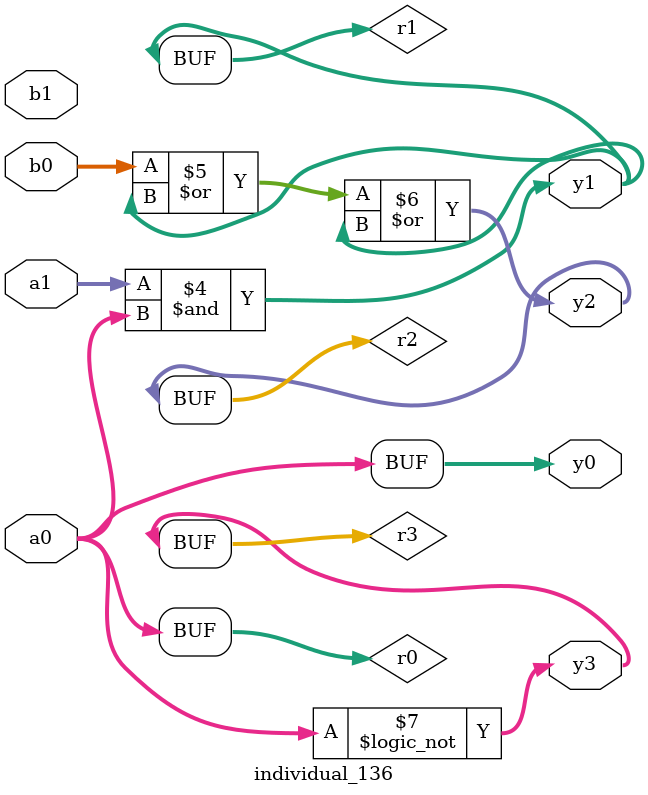
<source format=sv>
module individual_136(input logic [15:0] a1, input logic [15:0] a0, input logic [15:0] b1, input logic [15:0] b0, output logic [15:0] y3, output logic [15:0] y2, output logic [15:0] y1, output logic [15:0] y0);
logic [15:0] r0, r1, r2, r3; 
 always@(*) begin 
	 r0 = a0; r1 = a1; r2 = b0; r3 = b1; 
 	 r3 = ! r3 ;
 	 r3  &=  r1 ;
 	 r1  &=  a0 ;
 	 r2  |=  r1 ;
 	 r2  |=  r1 ;
 	 r3 = ! a0 ;
 	 y3 = r3; y2 = r2; y1 = r1; y0 = r0; 
end
endmodule
</source>
